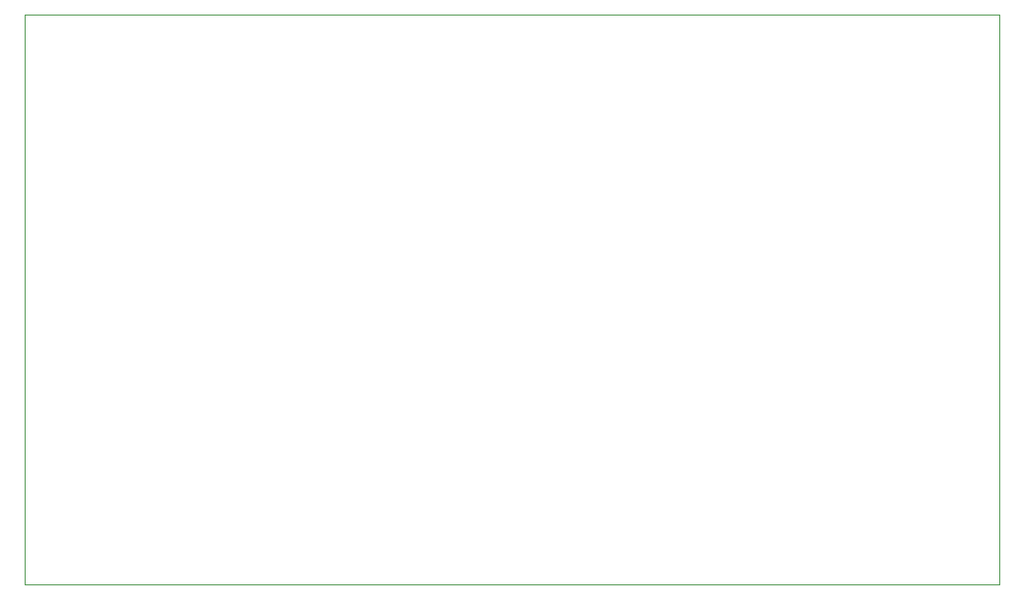
<source format=gbr>
%TF.GenerationSoftware,KiCad,Pcbnew,7.0.7*%
%TF.CreationDate,2024-02-18T14:41:38-05:00*%
%TF.ProjectId,Frankii FInal,4672616e-6b69-4692-9046-496e616c2e6b,rev?*%
%TF.SameCoordinates,Original*%
%TF.FileFunction,Profile,NP*%
%FSLAX46Y46*%
G04 Gerber Fmt 4.6, Leading zero omitted, Abs format (unit mm)*
G04 Created by KiCad (PCBNEW 7.0.7) date 2024-02-18 14:41:38*
%MOMM*%
%LPD*%
G01*
G04 APERTURE LIST*
%TA.AperFunction,Profile*%
%ADD10C,0.100000*%
%TD*%
G04 APERTURE END LIST*
D10*
X98671700Y-72341100D02*
X188871700Y-72341100D01*
X188871700Y-125141100D01*
X98671700Y-125141100D01*
X98671700Y-72341100D01*
M02*

</source>
